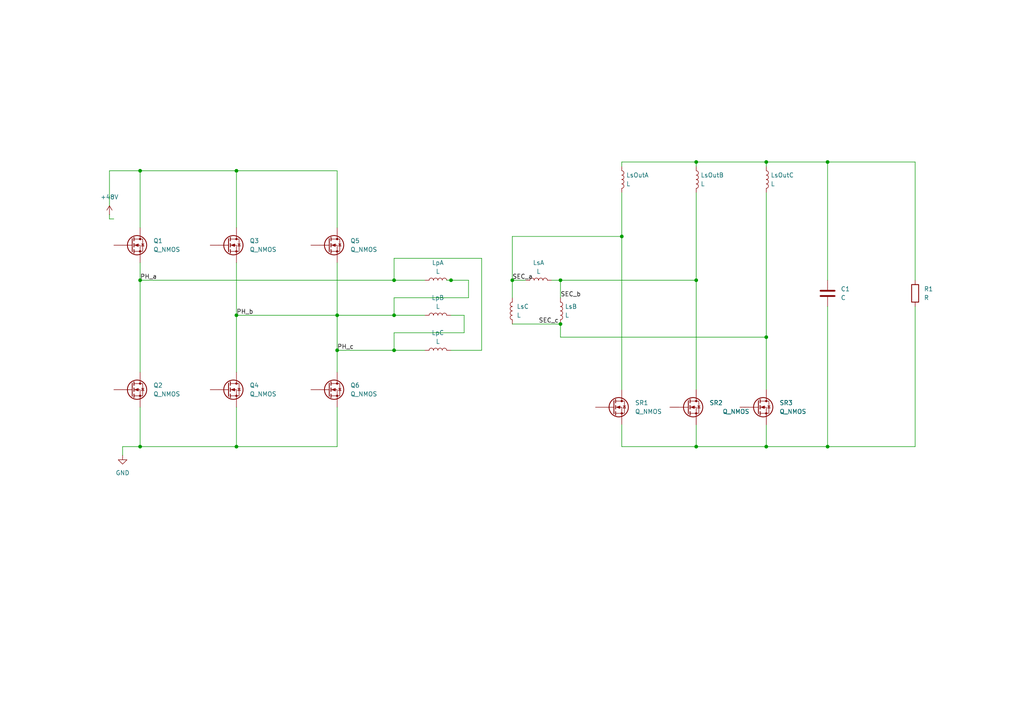
<source format=kicad_sch>
(kicad_sch (version 20250114) (generator "eeschema") (generator_version "9.0")
  (paper "A4")
  (lib_symbols
    (symbol "Device:C" (pin_numbers (hide yes)) (pin_names (offset 0.254))
      (property "Reference" "C" (at 0.635 2.54 0))
      (property "Value" "C" (at 0.635 -2.54 0))
      (symbol "C_0_1"
        (polyline (pts (xy -2.032 0.762) (xy 2.032 0.762)) (stroke (width 0.508)))
        (polyline (pts (xy -2.032 -0.762) (xy 2.032 -0.762)) (stroke (width 0.508)))
      )
      (symbol "C_1_1"
        (pin passive line (at 0 3.81 270) (length 2.794) (name "~") (number "1"))
        (pin passive line (at 0 -3.81 90) (length 2.794) (name "~") (number "2"))
      )
    )
    (symbol "Device:L" (pin_numbers (hide yes)) (pin_names (offset 1.016) (hide yes))
      (property "Reference" "L" (at -1.27 0 90))
      (property "Value" "L" (at 1.905 0 90))
      (symbol "L_0_1"
        (arc (start 0 2.54) (mid 0.6323 1.905) (end 0 1.27))
        (arc (start 0 1.27) (mid 0.6323 0.635) (end 0 0))
        (arc (start 0 0) (mid 0.6323 -0.635) (end 0 -1.27))
        (arc (start 0 -1.27) (mid 0.6323 -1.905) (end 0 -2.54))
      )
      (symbol "L_1_1"
        (pin passive line (at 0 3.81 270) (length 1.27) (name "1") (number "1"))
        (pin passive line (at 0 -3.81 90) (length 1.27) (name "2") (number "2"))
      )
    )
    (symbol "Device:Q_NMOS" (pin_numbers (hide yes)) (pin_names (offset 0) (hide yes))
      (property "Reference" "Q" (at 5.08 1.27 0))
      (property "Value" "Q_NMOS" (at 5.08 -1.27 0))
      (symbol "Q_NMOS_0_1"
        (polyline (pts (xy 0.254 1.905) (xy 0.254 -1.905)) (stroke (width 0.254)))
        (polyline (pts (xy 0.254 0) (xy -2.54 0)))
        (polyline (pts (xy 0.762 2.286) (xy 0.762 1.27)) (stroke (width 0.254)))
        (polyline (pts (xy 0.762 0.508) (xy 0.762 -0.508)) (stroke (width 0.254)))
        (polyline (pts (xy 0.762 -1.27) (xy 0.762 -2.286)) (stroke (width 0.254)))
        (polyline (pts (xy 0.762 -1.778) (xy 3.302 -1.778) (xy 3.302 1.778) (xy 0.762 1.778)))
        (polyline (pts (xy 1.016 0) (xy 2.032 0.381) (xy 2.032 -0.381) (xy 1.016 0)) (fill (type outline)))
        (circle (center 1.651 0) (radius 2.794) (stroke (width 0.254)))
        (polyline (pts (xy 2.54 2.54) (xy 2.54 1.778)))
        (circle (center 2.54 1.778) (radius 0.254) (fill (type outline)))
        (circle (center 2.54 -1.778) (radius 0.254) (fill (type outline)))
        (polyline (pts (xy 2.54 -2.54) (xy 2.54 0) (xy 0.762 0)))
        (polyline (pts (xy 2.921 0.381) (xy 3.683 0.381)))
        (polyline (pts (xy 3.302 0.381) (xy 2.921 -0.254) (xy 3.683 -0.254) (xy 3.302 0.381)))
      )
      (symbol "Q_NMOS_1_1"
        (pin input line (at -5.08 0 0) (length 2.54) (name "G") (number "G"))
        (pin passive line (at 2.54 5.08 270) (length 2.54) (name "D") (number "D"))
        (pin passive line (at 2.54 -5.08 90) (length 2.54) (name "S") (number "S"))
      )
    )
    (symbol "Device:R" (pin_numbers (hide yes)) (pin_names (offset 0))
      (property "Reference" "R" (at 2.032 0 90))
      (property "Value" "R" (at 0 0 90))
      (symbol "R_0_1"
        (rectangle (start -1.016 -2.54) (end 1.016 2.54) (stroke (width 0.254)))
      )
      (symbol "R_1_1"
        (pin passive line (at 0 3.81 270) (length 1.27) (name "~") (number "1"))
        (pin passive line (at 0 -3.81 90) (length 1.27) (name "~") (number "2"))
      )
    )
    (symbol "power:+48V" (power) (pin_numbers (hide yes)) (pin_names (offset 0) (hide yes))
      (property "Value" "+48V" (at 0 3.556 0))
      (symbol "+48V_0_1"
        (polyline (pts (xy -0.762 1.27) (xy 0 2.54)))
        (polyline (pts (xy 0 2.54) (xy 0.762 1.27)))
        (polyline (pts (xy 0 0) (xy 0 2.54)))
      )
      (symbol "+48V_1_1"
        (pin power_in line (at 0 0 90) (length 0) (name "~") (number "1"))
      )
    )
    (symbol "power:GND" (power) (pin_numbers (hide yes)) (pin_names (offset 0) (hide yes))
      (property "Value" "GND" (at 0 -3.81 0))
      (symbol "GND_0_1"
        (polyline (pts (xy 0 0) (xy 0 -1.27) (xy 1.27 -1.27) (xy 0 -2.54) (xy -1.27 -1.27) (xy 0 -1.27)))
      )
      (symbol "GND_1_1"
        (pin power_in line (at 0 0 270) (length 0) (name "~") (number "1"))
      )
    )
  )
  (junction (at 222.25 129.54))
  (junction (at 40.64 129.54))
  (junction (at 114.3 81.28))
  (junction (at 40.64 81.28))
  (junction (at 40.64 49.53))
  (junction (at 222.25 97.79))
  (junction (at 97.79 101.6))
  (junction (at 201.93 46.99))
  (junction (at 148.59 81.28))
  (junction (at 162.56 81.28))
  (junction (at 130.81 81.28))
  (junction (at 114.3 91.44))
  (junction (at 97.79 91.44))
  (junction (at 201.93 81.28))
  (junction (at 240.03 46.99))
  (junction (at 240.03 129.54))
  (junction (at 222.25 46.99))
  (junction (at 68.58 91.44))
  (junction (at 162.56 93.98))
  (junction (at 68.58 49.53))
  (junction (at 201.93 129.54))
  (junction (at 114.3 101.6))
  (junction (at 68.58 129.54))
  (junction (at 180.34 68.58))
  (wire (pts (xy 68.58 49.53) (xy 68.58 66.04)))
  (wire (pts (xy 139.7 101.6) (xy 139.7 74.93)))
  (wire (pts (xy 31.75 63.5) (xy 31.75 62.23)))
  (wire (pts (xy 162.56 81.28) (xy 162.56 86.36)))
  (wire (pts (xy 40.64 129.54) (xy 68.58 129.54)))
  (wire (pts (xy 114.3 81.28) (xy 123.19 81.28)))
  (wire (pts (xy 222.25 97.79) (xy 222.25 113.03)))
  (wire (pts (xy 114.3 86.36) (xy 114.3 91.44)))
  (wire (pts (xy 68.58 91.44) (xy 68.58 107.95)))
  (wire (pts (xy 240.03 88.9) (xy 240.03 129.54)))
  (wire (pts (xy 97.79 49.53) (xy 97.79 66.04)))
  (wire (pts (xy 265.43 46.99) (xy 265.43 81.28)))
  (wire (pts (xy 31.75 49.53) (xy 40.64 49.53)))
  (wire (pts (xy 160.02 81.28) (xy 162.56 81.28)))
  (wire (pts (xy 148.59 81.28) (xy 148.59 86.36)))
  (wire (pts (xy 40.64 81.28) (xy 40.64 107.95)))
  (wire (pts (xy 265.43 129.54) (xy 240.03 129.54)))
  (wire (pts (xy 35.56 129.54) (xy 35.56 132.08)))
  (wire (pts (xy 162.56 97.79) (xy 222.25 97.79)))
  (wire (pts (xy 240.03 129.54) (xy 222.25 129.54)))
  (wire (pts (xy 148.59 93.98) (xy 162.56 93.98)))
  (wire (pts (xy 114.3 101.6) (xy 123.19 101.6)))
  (wire (pts (xy 148.59 81.28) (xy 152.4 81.28)))
  (wire (pts (xy 240.03 46.99) (xy 265.43 46.99)))
  (wire (pts (xy 222.25 55.88) (xy 222.25 97.79)))
  (wire (pts (xy 97.79 91.44) (xy 97.79 101.6)))
  (wire (pts (xy 180.34 68.58) (xy 180.34 113.03)))
  (wire (pts (xy 265.43 88.9) (xy 265.43 129.54)))
  (wire (pts (xy 180.34 55.88) (xy 180.34 68.58)))
  (wire (pts (xy 240.03 46.99) (xy 240.03 81.28)))
  (wire (pts (xy 222.25 123.19) (xy 222.25 129.54)))
  (wire (pts (xy 222.25 46.99) (xy 222.25 48.26)))
  (wire (pts (xy 135.89 86.36) (xy 114.3 86.36)))
  (wire (pts (xy 97.79 101.6) (xy 97.79 107.95)))
  (wire (pts (xy 114.3 74.93) (xy 114.3 81.28)))
  (wire (pts (xy 222.25 129.54) (xy 201.93 129.54)))
  (wire (pts (xy 68.58 76.2) (xy 68.58 91.44)))
  (wire (pts (xy 97.79 76.2) (xy 97.79 91.44)))
  (wire (pts (xy 180.34 46.99) (xy 180.34 48.26)))
  (wire (pts (xy 35.56 129.54) (xy 40.64 129.54)))
  (wire (pts (xy 68.58 129.54) (xy 97.79 129.54)))
  (wire (pts (xy 97.79 91.44) (xy 114.3 91.44)))
  (wire (pts (xy 201.93 81.28) (xy 201.93 113.03)))
  (wire (pts (xy 130.81 101.6) (xy 139.7 101.6)))
  (wire (pts (xy 68.58 91.44) (xy 97.79 91.44)))
  (wire (pts (xy 180.34 46.99) (xy 201.93 46.99)))
  (wire (pts (xy 40.64 76.2) (xy 40.64 81.28)))
  (wire (pts (xy 40.64 49.53) (xy 40.64 66.04)))
  (wire (pts (xy 97.79 101.6) (xy 114.3 101.6)))
  (wire (pts (xy 148.59 81.28) (xy 148.59 68.58)))
  (wire (pts (xy 129.54 81.28) (xy 130.81 81.28)))
  (wire (pts (xy 134.62 96.52) (xy 114.3 96.52)))
  (wire (pts (xy 139.7 74.93) (xy 114.3 74.93)))
  (wire (pts (xy 201.93 46.99) (xy 201.93 48.26)))
  (wire (pts (xy 114.3 91.44) (xy 123.19 91.44)))
  (wire (pts (xy 130.81 91.44) (xy 134.62 91.44)))
  (wire (pts (xy 33.02 63.5) (xy 31.75 63.5)))
  (wire (pts (xy 162.56 81.28) (xy 201.93 81.28)))
  (wire (pts (xy 162.56 93.98) (xy 162.56 97.79)))
  (wire (pts (xy 31.75 59.69) (xy 31.75 49.53)))
  (wire (pts (xy 40.64 49.53) (xy 68.58 49.53)))
  (wire (pts (xy 135.89 81.28) (xy 135.89 86.36)))
  (wire (pts (xy 180.34 129.54) (xy 180.34 123.19)))
  (wire (pts (xy 148.59 68.58) (xy 180.34 68.58)))
  (wire (pts (xy 114.3 96.52) (xy 114.3 101.6)))
  (wire (pts (xy 130.81 81.28) (xy 135.89 81.28)))
  (wire (pts (xy 97.79 118.11) (xy 97.79 129.54)))
  (wire (pts (xy 201.93 55.88) (xy 201.93 81.28)))
  (wire (pts (xy 134.62 91.44) (xy 134.62 96.52)))
  (wire (pts (xy 201.93 129.54) (xy 180.34 129.54)))
  (wire (pts (xy 201.93 123.19) (xy 201.93 129.54)))
  (wire (pts (xy 68.58 49.53) (xy 97.79 49.53)))
  (wire (pts (xy 40.64 118.11) (xy 40.64 129.54)))
  (wire (pts (xy 201.93 46.99) (xy 222.25 46.99)))
  (wire (pts (xy 222.25 46.99) (xy 240.03 46.99)))
  (wire (pts (xy 68.58 118.11) (xy 68.58 129.54)))
  (wire (pts (xy 40.64 81.28) (xy 114.3 81.28)))
  (label "PH_c" (at 97.79 101.6 0))
  (label "SEC_b" (at 162.56 86.36 0))
  (label "SEC_c" (at 156.21 93.98 0))
  (label "SEC_a" (at 148.59 81.28 0))
  (label "PH_a" (at 40.64 81.28 0))
  (label "PH_b" (at 68.58 91.44 0))
  (symbol (lib_id "Device:Q_NMOS") (at 66.04 113.03 0) (unit 1)
    (property "Reference" "Q4" (at 72.39 111.7599 0) (effects (justify left)))
    (property "Value" "Q_NMOS" (at 72.39 114.2999 0) (effects (justify left)))
    (property "Description" "N-MOSFET transistor" (effects (hide yes)))
  )
  (symbol (lib_id "power:+48V") (at 31.75 62.23 0) (unit 1)
    (property "Reference" "#PWR01" (effects (hide yes)))
    (property "Value" "+48V" (at 31.75 57.15 0))
    (property "Description" "Power symbol creates a global label with name \"+48V\"" (effects (hide yes)))
  )
  (symbol (lib_id "Device:L") (at 127 91.44 90) (unit 1)
    (property "Reference" "LpB" (at 127 86.36 90))
    (property "Value" "L" (at 127 88.9 90))
    (property "Description" "Inductor" (effects (hide yes)))
  )
  (symbol (lib_id "power:GND") (at 35.56 132.08 0) (unit 1)
    (property "Reference" "#PWR02" (effects (hide yes)))
    (property "Value" "GND" (at 35.56 137.16 0))
    (property "Description" "Power symbol creates a global label with name \"GND\" , ground" (effects (hide yes)))
  )
  (symbol (lib_id "Device:L") (at 127 101.6 90) (unit 1)
    (property "Reference" "LpC" (at 127 96.52 90))
    (property "Value" "L" (at 127 99.06 90))
    (property "Description" "Inductor" (effects (hide yes)))
  )
  (symbol (lib_id "Device:Q_NMOS") (at 95.25 71.12 0) (unit 1)
    (property "Reference" "Q5" (at 101.6 69.8499 0) (effects (justify left)))
    (property "Value" "Q_NMOS" (at 101.6 72.3899 0) (effects (justify left)))
    (property "Description" "N-MOSFET transistor" (effects (hide yes)))
  )
  (symbol (lib_id "Device:L") (at 180.34 52.07 0) (unit 1)
    (property "Reference" "LsOutA" (at 181.61 50.7999 0) (effects (justify left)))
    (property "Value" "L" (at 181.61 53.3399 0) (effects (justify left)))
    (property "Description" "Inductor" (effects (hide yes)))
  )
  (symbol (lib_id "Device:L") (at 162.56 90.17 0) (unit 1)
    (property "Reference" "LsB" (at 163.83 88.8999 0) (effects (justify left)))
    (property "Value" "L" (at 163.83 91.4399 0) (effects (justify left)))
    (property "Description" "Inductor" (effects (hide yes)))
  )
  (symbol (lib_id "Device:Q_NMOS") (at 219.71 118.11 0) (unit 1)
    (property "Reference" "SR3" (at 226.06 116.8399 0) (effects (justify left)))
    (property "Value" "Q_NMOS" (at 226.06 119.3799 0) (effects (justify left)))
    (property "Description" "N-MOSFET transistor" (effects (hide yes)))
  )
  (symbol (lib_id "Device:Q_NMOS") (at 95.25 113.03 0) (unit 1)
    (property "Reference" "Q6" (at 101.6 111.7599 0) (effects (justify left)))
    (property "Value" "Q_NMOS" (at 101.6 114.2999 0) (effects (justify left)))
    (property "Description" "N-MOSFET transistor" (effects (hide yes)))
  )
  (symbol (lib_id "Device:Q_NMOS") (at 38.1 113.03 0) (unit 1)
    (property "Reference" "Q2" (at 44.45 111.7599 0) (effects (justify left)))
    (property "Value" "Q_NMOS" (at 44.45 114.2999 0) (effects (justify left)))
    (property "Description" "N-MOSFET transistor" (effects (hide yes)))
  )
  (symbol (lib_id "Device:Q_NMOS") (at 199.39 118.11 0) (unit 1)
    (property "Reference" "SR2" (at 205.74 116.8399 0) (effects (justify left)))
    (property "Value" "Q_NMOS" (at 209.55 119.3799 0) (effects (justify left)))
    (property "Description" "N-MOSFET transistor" (effects (hide yes)))
  )
  (symbol (lib_id "Device:Q_NMOS") (at 177.8 118.11 0) (unit 1)
    (property "Reference" "SR1" (at 184.15 116.8399 0) (effects (justify left)))
    (property "Value" "Q_NMOS" (at 184.15 119.3799 0) (effects (justify left)))
    (property "Description" "N-MOSFET transistor" (effects (hide yes)))
  )
  (symbol (lib_id "Device:R") (at 265.43 85.09 0) (unit 1)
    (property "Reference" "R1" (at 267.97 83.8199 0) (effects (justify left)))
    (property "Value" "R" (at 267.97 86.3599 0) (effects (justify left)))
    (property "Description" "Resistor" (effects (hide yes)))
  )
  (symbol (lib_id "Device:Q_NMOS") (at 38.1 71.12 0) (unit 1)
    (property "Reference" "Q1" (at 44.45 69.8499 0) (effects (justify left)))
    (property "Value" "Q_NMOS" (at 44.45 72.3899 0) (effects (justify left)))
    (property "Description" "N-MOSFET transistor" (effects (hide yes)))
  )
  (symbol (lib_id "Device:L") (at 148.59 90.17 180) (unit 1)
    (property "Reference" "LsC" (at 149.86 88.8999 0) (effects (justify right)))
    (property "Value" "L" (at 149.86 91.4399 0) (effects (justify right)))
    (property "Description" "Inductor" (effects (hide yes)))
  )
  (symbol (lib_id "Device:L") (at 156.21 81.28 90) (unit 1)
    (property "Reference" "LsA" (at 156.21 76.2 90))
    (property "Value" "L" (at 156.21 78.74 90))
    (property "Description" "Inductor" (effects (hide yes)))
  )
  (symbol (lib_id "Device:L") (at 201.93 52.07 0) (unit 1)
    (property "Reference" "LsOutB" (at 203.2 50.7999 0) (effects (justify left)))
    (property "Value" "L" (at 203.2 53.3399 0) (effects (justify left)))
    (property "Description" "Inductor" (effects (hide yes)))
  )
  (symbol (lib_id "Device:Q_NMOS") (at 66.04 71.12 0) (unit 1)
    (property "Reference" "Q3" (at 72.39 69.8499 0) (effects (justify left)))
    (property "Value" "Q_NMOS" (at 72.39 72.3899 0) (effects (justify left)))
    (property "Description" "N-MOSFET transistor" (effects (hide yes)))
  )
  (symbol (lib_id "Device:C") (at 240.03 85.09 0) (unit 1)
    (property "Reference" "C1" (at 243.84 83.8199 0) (effects (justify left)))
    (property "Value" "C" (at 243.84 86.3599 0) (effects (justify left)))
    (property "Description" "Unpolarized capacitor" (effects (hide yes)))
  )
  (symbol (lib_id "Device:L") (at 222.25 52.07 0) (unit 1)
    (property "Reference" "LsOutC" (at 223.52 50.7999 0) (effects (justify left)))
    (property "Value" "L" (at 223.52 53.3399 0) (effects (justify left)))
    (property "Description" "Inductor" (effects (hide yes)))
  )
  (symbol (lib_id "Device:L") (at 127 81.28 90) (unit 1)
    (property "Reference" "LpA" (at 127 76.2 90))
    (property "Value" "L" (at 127 78.74 90))
    (property "Description" "Inductor" (effects (hide yes)))
  )
)
</source>
